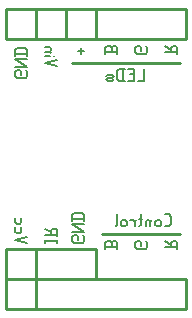
<source format=gbr>
G04 start of page 9 for group -4078 idx -4078 *
G04 Title: (unknown), bottomsilk *
G04 Creator: pcb 20110918 *
G04 CreationDate: Wed Sep 11 23:18:10 2013 UTC *
G04 For: mokus *
G04 Format: Gerber/RS-274X *
G04 PCB-Dimensions: 60000 100000 *
G04 PCB-Coordinate-Origin: lower left *
%MOIN*%
%FSLAX25Y25*%
%LNBOTTOMSILK*%
%ADD55C,0.0080*%
%ADD54C,0.0100*%
G54D54*X22000Y82000D02*X58000D01*
X32000Y25000D02*X58000D01*
G54D55*X26000Y24000D02*X25500Y24500D01*
X26000Y22500D02*Y24000D01*
X25500Y22000D02*X26000Y22500D01*
X22500Y22000D02*X25500D01*
X22500D02*X22000Y22500D01*
Y24000D01*
X22500Y24500D01*
X23500D01*
X24000Y24000D02*X23500Y24500D01*
X24000Y23000D02*Y24000D01*
X22000Y25700D02*X26000D01*
X22000Y28200D01*
X26000D01*
X22000Y29900D02*X26000D01*
Y31200D02*X25300Y31900D01*
X22700D02*X25300D01*
X22000Y31200D02*X22700Y31900D01*
X22000Y29400D02*Y31200D01*
X26000Y29400D02*Y31200D01*
X57000Y20000D02*Y22000D01*
X56500Y22500D01*
X55500D02*X56500D01*
X55000Y22000D02*X55500Y22500D01*
X55000Y20500D02*Y22000D01*
X53000Y20500D02*X57000D01*
X55000Y21300D02*X53000Y22500D01*
X47000Y22000D02*X46500Y22500D01*
X47000Y20500D02*Y22000D01*
X46500Y20000D02*X47000Y20500D01*
X43500Y20000D02*X46500D01*
X43500D02*X43000Y20500D01*
Y22000D01*
X43500Y22500D01*
X44500D01*
X45000Y22000D02*X44500Y22500D01*
X45000Y21000D02*Y22000D01*
X33000Y20000D02*Y22000D01*
X33500Y22500D01*
X34700D01*
X35200Y22000D02*X34700Y22500D01*
X35200Y20500D02*Y22000D01*
X33000Y20500D02*X37000D01*
Y20000D02*Y22000D01*
X36500Y22500D01*
X35700D02*X36500D01*
X35200Y22000D02*X35700Y22500D01*
X53000Y27500D02*X54300D01*
X55000Y28200D02*X54300Y27500D01*
X55000Y28200D02*Y30800D01*
X54300Y31500D01*
X53000D02*X54300D01*
X51800Y28000D02*Y29000D01*
X51300Y29500D01*
X50300D02*X51300D01*
X50300D02*X49800Y29000D01*
Y28000D02*Y29000D01*
X50300Y27500D02*X49800Y28000D01*
X50300Y27500D02*X51300D01*
X51800Y28000D02*X51300Y27500D01*
X48100D02*Y29000D01*
X47600Y29500D01*
X47100D02*X47600D01*
X47100D02*X46600Y29000D01*
Y27500D02*Y29000D01*
X48600Y29500D02*X48100Y29000D01*
X44900Y28000D02*Y31500D01*
Y28000D02*X44400Y27500D01*
Y30000D02*X45400D01*
X42900Y27500D02*Y29000D01*
X42400Y29500D01*
X41400D02*X42400D01*
X43400D02*X42900Y29000D01*
X40200Y28000D02*Y29000D01*
X39700Y29500D01*
X38700D02*X39700D01*
X38700D02*X38200Y29000D01*
Y28000D02*Y29000D01*
X38700Y27500D02*X38200Y28000D01*
X38700Y27500D02*X39700D01*
X40200Y28000D02*X39700Y27500D01*
X37000Y28000D02*Y31500D01*
Y28000D02*X36500Y27500D01*
X7000Y22000D02*X3000Y23000D01*
X7000Y24000D01*
X5000Y25700D02*Y27200D01*
X4500Y25200D02*X5000Y25700D01*
X3500Y25200D02*X4500D01*
X3500D02*X3000Y25700D01*
Y27200D01*
X5000Y28900D02*Y30400D01*
X4500Y28400D02*X5000Y28900D01*
X3500Y28400D02*X4500D01*
X3500D02*X3000Y28900D01*
Y30400D01*
X17000Y22000D02*Y23000D01*
X13000Y22500D02*X17000D01*
X13000Y22000D02*Y23000D01*
X17000Y24200D02*Y26200D01*
X16500Y26700D01*
X15500D02*X16500D01*
X15000Y26200D02*X15500Y26700D01*
X15000Y24700D02*Y26200D01*
X13000Y24700D02*X17000D01*
X15000Y25500D02*X13000Y26700D01*
X33000Y85000D02*Y87000D01*
X33500Y87500D01*
X34700D01*
X35200Y87000D02*X34700Y87500D01*
X35200Y85500D02*Y87000D01*
X33000Y85500D02*X37000D01*
Y85000D02*Y87000D01*
X36500Y87500D01*
X35700D02*X36500D01*
X35200Y87000D02*X35700Y87500D01*
X24000Y86000D02*X26000D01*
X25000Y85000D02*Y87000D01*
X47000D02*X46500Y87500D01*
X47000Y85500D02*Y87000D01*
X46500Y85000D02*X47000Y85500D01*
X43500Y85000D02*X46500D01*
X43500D02*X43000Y85500D01*
Y87000D01*
X43500Y87500D01*
X44500D01*
X45000Y87000D02*X44500Y87500D01*
X45000Y86000D02*Y87000D01*
X46000Y76000D02*Y80000D01*
X44000Y76000D02*X46000D01*
X41300Y78200D02*X42800D01*
X40800Y76000D02*X42800D01*
Y80000D01*
X40800D02*X42800D01*
X39100Y76000D02*Y80000D01*
X37800D02*X37100Y79300D01*
Y76700D02*Y79300D01*
X37800Y76000D02*X37100Y76700D01*
X37800Y76000D02*X39600D01*
X37800Y80000D02*X39600D01*
X33900Y76000D02*X35400D01*
X33900D02*X33400Y76500D01*
X33900Y77000D02*X33400Y76500D01*
X33900Y77000D02*X35400D01*
X35900Y77500D02*X35400Y77000D01*
X35900Y77500D02*X35400Y78000D01*
X33900D02*X35400D01*
X33900D02*X33400Y77500D01*
X35900Y76500D02*X35400Y76000D01*
X57000Y85000D02*Y87000D01*
X56500Y87500D01*
X55500D02*X56500D01*
X55000Y87000D02*X55500Y87500D01*
X55000Y85500D02*Y87000D01*
X53000Y85500D02*X57000D01*
X55000Y86300D02*X53000Y87500D01*
X7000Y79000D02*X6500Y79500D01*
X7000Y77500D02*Y79000D01*
X6500Y77000D02*X7000Y77500D01*
X3500Y77000D02*X6500D01*
X3500D02*X3000Y77500D01*
Y79000D01*
X3500Y79500D01*
X4500D01*
X5000Y79000D02*X4500Y79500D01*
X5000Y78000D02*Y79000D01*
X3000Y80700D02*X7000D01*
X3000Y83200D01*
X7000D01*
X3000Y84900D02*X7000D01*
Y86200D02*X6300Y86900D01*
X3700D02*X6300D01*
X3000Y86200D02*X3700Y86900D01*
X3000Y84400D02*Y86200D01*
X7000Y84400D02*Y86200D01*
X17000Y81000D02*X13000Y82000D01*
X17000Y83000D01*
X15900Y84200D02*X16000D01*
X13000D02*X14500D01*
X13000Y85700D02*X14500D01*
X15000Y86200D01*
Y86700D01*
X14500Y87200D01*
X13000D02*X14500D01*
X15000Y85200D02*X14500Y85700D01*
G54D54*X20000Y100000D02*X60000D01*
Y90000D02*Y100000D01*
X20000Y90000D02*X60000D01*
X20000D02*Y100000D01*
X30000Y90000D02*Y100000D01*
X20000Y90000D02*X30000D01*
X0Y100000D02*X20000D01*
Y90000D02*Y100000D01*
X0Y90000D02*X20000D01*
X0D02*Y100000D01*
X10000Y90000D02*Y100000D01*
X0Y90000D02*X10000D01*
X0Y20000D02*X30000D01*
Y10000D02*Y20000D01*
X0Y10000D02*X30000D01*
X0D02*Y20000D01*
X10000Y10000D02*Y20000D01*
X0Y10000D02*X10000D01*
X0D02*X60000D01*
Y0D02*Y10000D01*
X0Y0D02*X60000D01*
X0D02*Y10000D01*
X10000Y0D02*Y10000D01*
X0Y0D02*X10000D01*
M02*

</source>
